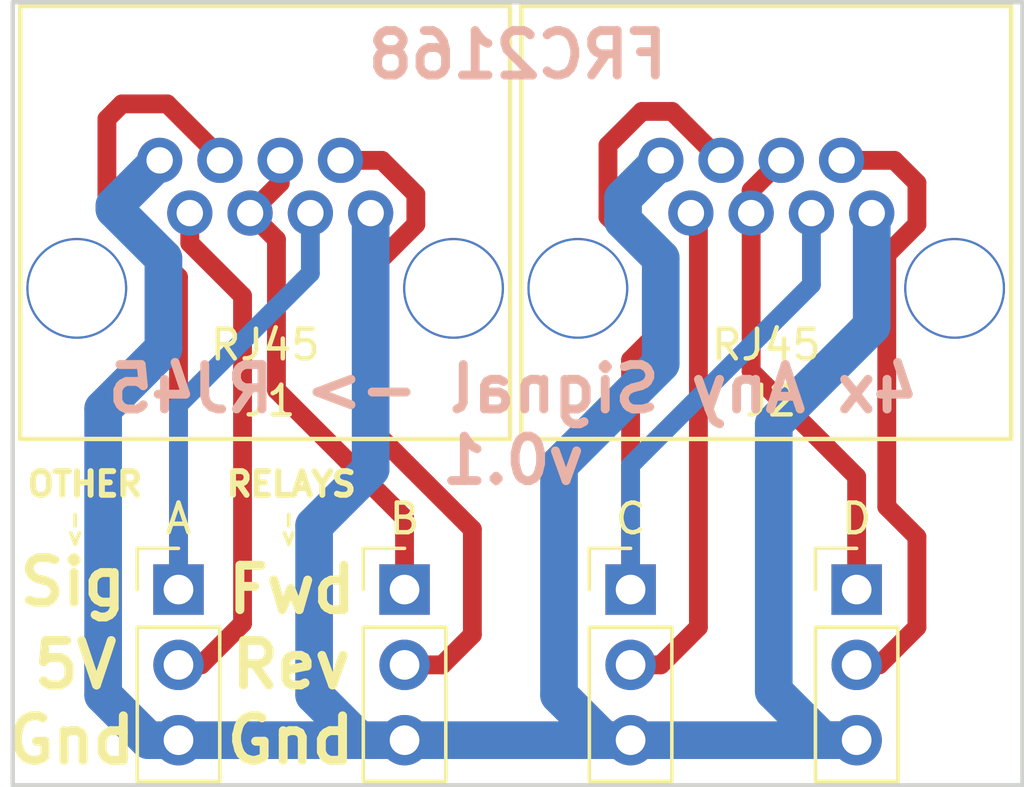
<source format=kicad_pcb>
(kicad_pcb (version 4) (host pcbnew 4.0.5)

  (general
    (links 19)
    (no_connects 0)
    (area 141.656999 84.252999 175.843001 110.819001)
    (thickness 1.6)
    (drawings 16)
    (tracks 87)
    (zones 0)
    (modules 6)
    (nets 10)
  )

  (page A4)
  (layers
    (0 F.Cu signal)
    (31 B.Cu signal)
    (32 B.Adhes user)
    (33 F.Adhes user)
    (34 B.Paste user)
    (35 F.Paste user)
    (36 B.SilkS user)
    (37 F.SilkS user)
    (38 B.Mask user)
    (39 F.Mask user)
    (40 Dwgs.User user)
    (41 Cmts.User user)
    (42 Eco1.User user)
    (43 Eco2.User user)
    (44 Edge.Cuts user)
    (45 Margin user)
    (46 B.CrtYd user)
    (47 F.CrtYd user)
    (48 B.Fab user)
    (49 F.Fab user)
  )

  (setup
    (last_trace_width 0.25)
    (trace_clearance 0.2)
    (zone_clearance 0.508)
    (zone_45_only no)
    (trace_min 0.2)
    (segment_width 0.2)
    (edge_width 0.15)
    (via_size 0.6)
    (via_drill 0.4)
    (via_min_size 0.4)
    (via_min_drill 0.3)
    (uvia_size 0.3)
    (uvia_drill 0.1)
    (uvias_allowed no)
    (uvia_min_size 0.2)
    (uvia_min_drill 0.1)
    (pcb_text_width 0.3)
    (pcb_text_size 1.5 1.5)
    (mod_edge_width 0.15)
    (mod_text_size 1 1)
    (mod_text_width 0.15)
    (pad_size 1.524 1.524)
    (pad_drill 0.762)
    (pad_to_mask_clearance 0.2)
    (aux_axis_origin 0 0)
    (visible_elements 7FFFFF7F)
    (pcbplotparams
      (layerselection 0x00030_80000001)
      (usegerberextensions false)
      (excludeedgelayer true)
      (linewidth 0.100000)
      (plotframeref false)
      (viasonmask false)
      (mode 1)
      (useauxorigin false)
      (hpglpennumber 1)
      (hpglpenspeed 20)
      (hpglpendiameter 15)
      (hpglpenoverlay 2)
      (psnegative false)
      (psa4output false)
      (plotreference true)
      (plotvalue true)
      (plotinvisibletext false)
      (padsonsilk false)
      (subtractmaskfromsilk false)
      (outputformat 1)
      (mirror false)
      (drillshape 1)
      (scaleselection 1)
      (outputdirectory ""))
  )

  (net 0 "")
  (net 1 A)
  (net 2 B)
  (net 3 GND)
  (net 4 C)
  (net 5 D)
  (net 6 5B)
  (net 7 5A)
  (net 8 5D)
  (net 9 5C)

  (net_class Default "This is the default net class."
    (clearance 0.2)
    (trace_width 0.25)
    (via_dia 0.6)
    (via_drill 0.4)
    (uvia_dia 0.3)
    (uvia_drill 0.1)
  )

  (net_class Power ""
    (clearance 0.15)
    (trace_width 1.27)
    (via_dia 0.6)
    (via_drill 0.4)
    (uvia_dia 0.3)
    (uvia_drill 0.1)
    (add_net GND)
  )

  (net_class Signal ""
    (clearance 0.15)
    (trace_width 0.635)
    (via_dia 0.6)
    (via_drill 0.4)
    (uvia_dia 0.3)
    (uvia_drill 0.1)
    (add_net 5A)
    (add_net 5B)
    (add_net 5C)
    (add_net 5D)
    (add_net A)
    (add_net B)
    (add_net C)
    (add_net D)
  )

  (module RJ45:EJ45_RJHSE-5080 (layer F.Cu) (tedit 58771648) (tstamp 587875A3)
    (at 143.891 93.98)
    (path /5878748C)
    (fp_text reference J1 (at 6.51002 3.79476) (layer F.SilkS)
      (effects (font (size 1 1) (thickness 0.15)))
    )
    (fp_text value RJ45 (at 6.62178 -8.3312) (layer F.Fab)
      (effects (font (size 1 1) (thickness 0.15)))
    )
    (fp_text user RJ45 (at 6.35 1.905) (layer F.SilkS)
      (effects (font (size 1 1) (thickness 0.15)))
    )
    (fp_line (start 14.605 5.08) (end -1.905 5.08) (layer F.SilkS) (width 0.15))
    (fp_line (start -1.905 5.08) (end -1.905 -9.525) (layer F.SilkS) (width 0.15))
    (fp_line (start -1.905 -9.525) (end 14.605 -9.525) (layer F.SilkS) (width 0.15))
    (fp_line (start 14.605 -9.525) (end 14.605 5.08) (layer F.SilkS) (width 0.15))
    (pad 8 thru_hole circle (at 2.794 -4.318) (size 1.524 1.524) (drill 0.89) (layers *.Cu *.Mask)
      (net 3 GND))
    (pad 7 thru_hole circle (at 3.81 -2.54) (size 1.524 1.524) (drill 0.89) (layers *.Cu *.Mask)
      (net 7 5A))
    (pad 6 thru_hole circle (at 4.826 -4.318) (size 1.524 1.524) (drill 0.89) (layers *.Cu *.Mask)
      (net 1 A))
    (pad 4 thru_hole circle (at 6.858 -4.318) (size 1.524 1.524) (drill 0.89) (layers *.Cu *.Mask)
      (net 2 B))
    (pad 2 thru_hole circle (at 8.89 -4.318) (size 1.524 1.524) (drill 0.89) (layers *.Cu *.Mask)
      (net 6 5B))
    (pad 5 thru_hole circle (at 5.842 -2.54) (size 1.524 1.524) (drill 0.89) (layers *.Cu *.Mask)
      (net 2 B))
    (pad 3 thru_hole circle (at 7.874 -2.54) (size 1.524 1.524) (drill 0.89) (layers *.Cu *.Mask)
      (net 1 A))
    (pad 1 thru_hole circle (at 9.906 -2.54) (size 1.524 1.524) (drill 0.89) (layers *.Cu *.Mask)
      (net 3 GND))
    (pad "" thru_hole circle (at 0 0) (size 3.4 3.4) (drill 3.25) (layers *.Cu *.Mask))
    (pad "" thru_hole circle (at 12.7 0) (size 3.4 3.4) (drill 3.25) (layers *.Cu *.Mask))
  )

  (module RJ45:EJ45_RJHSE-5080 (layer F.Cu) (tedit 58771648) (tstamp 587875B1)
    (at 160.782 93.98)
    (path /587874ED)
    (fp_text reference J2 (at 6.51002 3.79476) (layer F.SilkS)
      (effects (font (size 1 1) (thickness 0.15)))
    )
    (fp_text value RJ45 (at 6.62178 -8.3312) (layer F.Fab)
      (effects (font (size 1 1) (thickness 0.15)))
    )
    (fp_text user RJ45 (at 6.35 1.905) (layer F.SilkS)
      (effects (font (size 1 1) (thickness 0.15)))
    )
    (fp_line (start 14.605 5.08) (end -1.905 5.08) (layer F.SilkS) (width 0.15))
    (fp_line (start -1.905 5.08) (end -1.905 -9.525) (layer F.SilkS) (width 0.15))
    (fp_line (start -1.905 -9.525) (end 14.605 -9.525) (layer F.SilkS) (width 0.15))
    (fp_line (start 14.605 -9.525) (end 14.605 5.08) (layer F.SilkS) (width 0.15))
    (pad 8 thru_hole circle (at 2.794 -4.318) (size 1.524 1.524) (drill 0.89) (layers *.Cu *.Mask)
      (net 3 GND))
    (pad 7 thru_hole circle (at 3.81 -2.54) (size 1.524 1.524) (drill 0.89) (layers *.Cu *.Mask)
      (net 9 5C))
    (pad 6 thru_hole circle (at 4.826 -4.318) (size 1.524 1.524) (drill 0.89) (layers *.Cu *.Mask)
      (net 4 C))
    (pad 4 thru_hole circle (at 6.858 -4.318) (size 1.524 1.524) (drill 0.89) (layers *.Cu *.Mask)
      (net 5 D))
    (pad 2 thru_hole circle (at 8.89 -4.318) (size 1.524 1.524) (drill 0.89) (layers *.Cu *.Mask)
      (net 8 5D))
    (pad 5 thru_hole circle (at 5.842 -2.54) (size 1.524 1.524) (drill 0.89) (layers *.Cu *.Mask)
      (net 5 D))
    (pad 3 thru_hole circle (at 7.874 -2.54) (size 1.524 1.524) (drill 0.89) (layers *.Cu *.Mask)
      (net 4 C))
    (pad 1 thru_hole circle (at 9.906 -2.54) (size 1.524 1.524) (drill 0.89) (layers *.Cu *.Mask)
      (net 3 GND))
    (pad "" thru_hole circle (at 0 0) (size 3.4 3.4) (drill 3.25) (layers *.Cu *.Mask))
    (pad "" thru_hole circle (at 12.7 0) (size 3.4 3.4) (drill 3.25) (layers *.Cu *.Mask))
  )

  (module Pin_Headers:Pin_Header_Straight_1x03_Pitch2.54mm (layer F.Cu) (tedit 587883C1) (tstamp 587875B8)
    (at 147.32 104.14)
    (descr "Through hole straight pin header, 1x03, 2.54mm pitch, single row")
    (tags "Through hole pin header THT 1x03 2.54mm single row")
    (path /58787269)
    (fp_text reference A (at 0 -2.39) (layer F.SilkS)
      (effects (font (size 1 1) (thickness 0.15)))
    )
    (fp_text value CONN_01X03 (at 0 7.47) (layer F.Fab) hide
      (effects (font (size 1 1) (thickness 0.15)))
    )
    (fp_line (start -1.27 -1.27) (end -1.27 6.35) (layer F.Fab) (width 0.1))
    (fp_line (start -1.27 6.35) (end 1.27 6.35) (layer F.Fab) (width 0.1))
    (fp_line (start 1.27 6.35) (end 1.27 -1.27) (layer F.Fab) (width 0.1))
    (fp_line (start 1.27 -1.27) (end -1.27 -1.27) (layer F.Fab) (width 0.1))
    (fp_line (start -1.39 1.27) (end -1.39 6.47) (layer F.SilkS) (width 0.12))
    (fp_line (start -1.39 6.47) (end 1.39 6.47) (layer F.SilkS) (width 0.12))
    (fp_line (start 1.39 6.47) (end 1.39 1.27) (layer F.SilkS) (width 0.12))
    (fp_line (start 1.39 1.27) (end -1.39 1.27) (layer F.SilkS) (width 0.12))
    (fp_line (start -1.39 0) (end -1.39 -1.39) (layer F.SilkS) (width 0.12))
    (fp_line (start -1.39 -1.39) (end 0 -1.39) (layer F.SilkS) (width 0.12))
    (fp_line (start -1.6 -1.6) (end -1.6 6.6) (layer F.CrtYd) (width 0.05))
    (fp_line (start -1.6 6.6) (end 1.6 6.6) (layer F.CrtYd) (width 0.05))
    (fp_line (start 1.6 6.6) (end 1.6 -1.6) (layer F.CrtYd) (width 0.05))
    (fp_line (start 1.6 -1.6) (end -1.6 -1.6) (layer F.CrtYd) (width 0.05))
    (pad 1 thru_hole rect (at 0 0) (size 1.7 1.7) (drill 1) (layers *.Cu *.Mask)
      (net 1 A))
    (pad 2 thru_hole oval (at 0 2.54) (size 1.7 1.7) (drill 1) (layers *.Cu *.Mask)
      (net 7 5A))
    (pad 3 thru_hole oval (at 0 5.08) (size 1.7 1.7) (drill 1) (layers *.Cu *.Mask)
      (net 3 GND))
    (model Pin_Headers.3dshapes/Pin_Header_Straight_1x03_Pitch2.54mm.wrl
      (at (xyz 0 -0.1 0))
      (scale (xyz 1 1 1))
      (rotate (xyz 0 0 90))
    )
  )

  (module Pin_Headers:Pin_Header_Straight_1x03_Pitch2.54mm (layer F.Cu) (tedit 587883C9) (tstamp 587875BF)
    (at 154.94 104.14)
    (descr "Through hole straight pin header, 1x03, 2.54mm pitch, single row")
    (tags "Through hole pin header THT 1x03 2.54mm single row")
    (path /587872D6)
    (fp_text reference B (at 0 -2.39) (layer F.SilkS)
      (effects (font (size 1 1) (thickness 0.15)))
    )
    (fp_text value CONN_01X03 (at 0 7.47) (layer F.Fab) hide
      (effects (font (size 1 1) (thickness 0.15)))
    )
    (fp_line (start -1.27 -1.27) (end -1.27 6.35) (layer F.Fab) (width 0.1))
    (fp_line (start -1.27 6.35) (end 1.27 6.35) (layer F.Fab) (width 0.1))
    (fp_line (start 1.27 6.35) (end 1.27 -1.27) (layer F.Fab) (width 0.1))
    (fp_line (start 1.27 -1.27) (end -1.27 -1.27) (layer F.Fab) (width 0.1))
    (fp_line (start -1.39 1.27) (end -1.39 6.47) (layer F.SilkS) (width 0.12))
    (fp_line (start -1.39 6.47) (end 1.39 6.47) (layer F.SilkS) (width 0.12))
    (fp_line (start 1.39 6.47) (end 1.39 1.27) (layer F.SilkS) (width 0.12))
    (fp_line (start 1.39 1.27) (end -1.39 1.27) (layer F.SilkS) (width 0.12))
    (fp_line (start -1.39 0) (end -1.39 -1.39) (layer F.SilkS) (width 0.12))
    (fp_line (start -1.39 -1.39) (end 0 -1.39) (layer F.SilkS) (width 0.12))
    (fp_line (start -1.6 -1.6) (end -1.6 6.6) (layer F.CrtYd) (width 0.05))
    (fp_line (start -1.6 6.6) (end 1.6 6.6) (layer F.CrtYd) (width 0.05))
    (fp_line (start 1.6 6.6) (end 1.6 -1.6) (layer F.CrtYd) (width 0.05))
    (fp_line (start 1.6 -1.6) (end -1.6 -1.6) (layer F.CrtYd) (width 0.05))
    (pad 1 thru_hole rect (at 0 0) (size 1.7 1.7) (drill 1) (layers *.Cu *.Mask)
      (net 2 B))
    (pad 2 thru_hole oval (at 0 2.54) (size 1.7 1.7) (drill 1) (layers *.Cu *.Mask)
      (net 6 5B))
    (pad 3 thru_hole oval (at 0 5.08) (size 1.7 1.7) (drill 1) (layers *.Cu *.Mask)
      (net 3 GND))
    (model Pin_Headers.3dshapes/Pin_Header_Straight_1x03_Pitch2.54mm.wrl
      (at (xyz 0 -0.1 0))
      (scale (xyz 1 1 1))
      (rotate (xyz 0 0 90))
    )
  )

  (module Pin_Headers:Pin_Header_Straight_1x03_Pitch2.54mm (layer F.Cu) (tedit 587883CE) (tstamp 587875C6)
    (at 162.56 104.14)
    (descr "Through hole straight pin header, 1x03, 2.54mm pitch, single row")
    (tags "Through hole pin header THT 1x03 2.54mm single row")
    (path /5878738B)
    (fp_text reference C (at 0 -2.39) (layer F.SilkS)
      (effects (font (size 1 1) (thickness 0.15)))
    )
    (fp_text value CONN_01X03 (at 0 7.47) (layer F.Fab) hide
      (effects (font (size 1 1) (thickness 0.15)))
    )
    (fp_line (start -1.27 -1.27) (end -1.27 6.35) (layer F.Fab) (width 0.1))
    (fp_line (start -1.27 6.35) (end 1.27 6.35) (layer F.Fab) (width 0.1))
    (fp_line (start 1.27 6.35) (end 1.27 -1.27) (layer F.Fab) (width 0.1))
    (fp_line (start 1.27 -1.27) (end -1.27 -1.27) (layer F.Fab) (width 0.1))
    (fp_line (start -1.39 1.27) (end -1.39 6.47) (layer F.SilkS) (width 0.12))
    (fp_line (start -1.39 6.47) (end 1.39 6.47) (layer F.SilkS) (width 0.12))
    (fp_line (start 1.39 6.47) (end 1.39 1.27) (layer F.SilkS) (width 0.12))
    (fp_line (start 1.39 1.27) (end -1.39 1.27) (layer F.SilkS) (width 0.12))
    (fp_line (start -1.39 0) (end -1.39 -1.39) (layer F.SilkS) (width 0.12))
    (fp_line (start -1.39 -1.39) (end 0 -1.39) (layer F.SilkS) (width 0.12))
    (fp_line (start -1.6 -1.6) (end -1.6 6.6) (layer F.CrtYd) (width 0.05))
    (fp_line (start -1.6 6.6) (end 1.6 6.6) (layer F.CrtYd) (width 0.05))
    (fp_line (start 1.6 6.6) (end 1.6 -1.6) (layer F.CrtYd) (width 0.05))
    (fp_line (start 1.6 -1.6) (end -1.6 -1.6) (layer F.CrtYd) (width 0.05))
    (pad 1 thru_hole rect (at 0 0) (size 1.7 1.7) (drill 1) (layers *.Cu *.Mask)
      (net 4 C))
    (pad 2 thru_hole oval (at 0 2.54) (size 1.7 1.7) (drill 1) (layers *.Cu *.Mask)
      (net 9 5C))
    (pad 3 thru_hole oval (at 0 5.08) (size 1.7 1.7) (drill 1) (layers *.Cu *.Mask)
      (net 3 GND))
    (model Pin_Headers.3dshapes/Pin_Header_Straight_1x03_Pitch2.54mm.wrl
      (at (xyz 0 -0.1 0))
      (scale (xyz 1 1 1))
      (rotate (xyz 0 0 90))
    )
  )

  (module Pin_Headers:Pin_Header_Straight_1x03_Pitch2.54mm (layer F.Cu) (tedit 587883D2) (tstamp 587875CD)
    (at 170.18 104.14)
    (descr "Through hole straight pin header, 1x03, 2.54mm pitch, single row")
    (tags "Through hole pin header THT 1x03 2.54mm single row")
    (path /587873D0)
    (fp_text reference D (at 0 -2.39) (layer F.SilkS)
      (effects (font (size 1 1) (thickness 0.15)))
    )
    (fp_text value CONN_01X03 (at 0 7.47) (layer F.Fab) hide
      (effects (font (size 1 1) (thickness 0.15)))
    )
    (fp_line (start -1.27 -1.27) (end -1.27 6.35) (layer F.Fab) (width 0.1))
    (fp_line (start -1.27 6.35) (end 1.27 6.35) (layer F.Fab) (width 0.1))
    (fp_line (start 1.27 6.35) (end 1.27 -1.27) (layer F.Fab) (width 0.1))
    (fp_line (start 1.27 -1.27) (end -1.27 -1.27) (layer F.Fab) (width 0.1))
    (fp_line (start -1.39 1.27) (end -1.39 6.47) (layer F.SilkS) (width 0.12))
    (fp_line (start -1.39 6.47) (end 1.39 6.47) (layer F.SilkS) (width 0.12))
    (fp_line (start 1.39 6.47) (end 1.39 1.27) (layer F.SilkS) (width 0.12))
    (fp_line (start 1.39 1.27) (end -1.39 1.27) (layer F.SilkS) (width 0.12))
    (fp_line (start -1.39 0) (end -1.39 -1.39) (layer F.SilkS) (width 0.12))
    (fp_line (start -1.39 -1.39) (end 0 -1.39) (layer F.SilkS) (width 0.12))
    (fp_line (start -1.6 -1.6) (end -1.6 6.6) (layer F.CrtYd) (width 0.05))
    (fp_line (start -1.6 6.6) (end 1.6 6.6) (layer F.CrtYd) (width 0.05))
    (fp_line (start 1.6 6.6) (end 1.6 -1.6) (layer F.CrtYd) (width 0.05))
    (fp_line (start 1.6 -1.6) (end -1.6 -1.6) (layer F.CrtYd) (width 0.05))
    (pad 1 thru_hole rect (at 0 0) (size 1.7 1.7) (drill 1) (layers *.Cu *.Mask)
      (net 5 D))
    (pad 2 thru_hole oval (at 0 2.54) (size 1.7 1.7) (drill 1) (layers *.Cu *.Mask)
      (net 8 5D))
    (pad 3 thru_hole oval (at 0 5.08) (size 1.7 1.7) (drill 1) (layers *.Cu *.Mask)
      (net 3 GND))
    (model Pin_Headers.3dshapes/Pin_Header_Straight_1x03_Pitch2.54mm.wrl
      (at (xyz 0 -0.1 0))
      (scale (xyz 1 1 1))
      (rotate (xyz 0 0 90))
    )
  )

  (gr_text -> (at 143.87 102.108 270) (layer F.SilkS)
    (effects (font (size 0.5 0.5) (thickness 0.125)))
  )
  (gr_text -> (at 151.07 102.108 270) (layer F.SilkS)
    (effects (font (size 0.5 0.5) (thickness 0.125)))
  )
  (gr_text OTHER (at 142.13 100.584) (layer F.SilkS)
    (effects (font (size 0.8 0.8) (thickness 0.2)) (justify left))
  )
  (gr_text "4x Any Signal -> RJ45\nv0.1" (at 158.5976 98.5774) (layer B.SilkS)
    (effects (font (size 1.5 1.5) (thickness 0.3)) (justify mirror))
  )
  (gr_text RELAYS (at 151.12 100.584) (layer F.SilkS)
    (effects (font (size 0.8 0.8) (thickness 0.2)))
  )
  (gr_text Rev (at 151.12 106.68) (layer F.SilkS)
    (effects (font (size 1.5 1.5) (thickness 0.3)))
  )
  (gr_text Fwd (at 151.14 104.14) (layer F.SilkS)
    (effects (font (size 1.5 1.5) (thickness 0.3)))
  )
  (gr_text Gnd (at 151.1 109.22) (layer F.SilkS)
    (effects (font (size 1.5 1.5) (thickness 0.3)))
  )
  (gr_text Sig (at 143.76 103.886) (layer F.SilkS)
    (effects (font (size 1.5 1.5) (thickness 0.3)))
  )
  (gr_text 5V (at 143.84 106.68) (layer F.SilkS)
    (effects (font (size 1.5 1.5) (thickness 0.3)))
  )
  (gr_text Gnd (at 143.71 109.22) (layer F.SilkS)
    (effects (font (size 1.5 1.5) (thickness 0.3)))
  )
  (gr_text FRC2168 (at 158.75 86.106) (layer B.SilkS)
    (effects (font (size 1.5 1.5) (thickness 0.3)) (justify mirror))
  )
  (gr_line (start 175.768 110.744) (end 175.768 84.328) (angle 90) (layer Edge.Cuts) (width 0.15))
  (gr_line (start 141.732 110.744) (end 175.768 110.744) (angle 90) (layer Edge.Cuts) (width 0.15))
  (gr_line (start 141.732 84.328) (end 141.732 110.744) (angle 90) (layer Edge.Cuts) (width 0.15))
  (gr_line (start 175.768 84.328) (end 141.732 84.328) (angle 90) (layer Edge.Cuts) (width 0.15))

  (segment (start 148.717 89.662) (end 148.717 89.535) (width 0.635) (layer F.Cu) (net 1))
  (segment (start 148.717 89.535) (end 146.939 87.757) (width 0.635) (layer F.Cu) (net 1) (tstamp 58788242))
  (segment (start 146.939 87.757) (end 145.415 87.757) (width 0.635) (layer F.Cu) (net 1) (tstamp 58788243))
  (segment (start 145.415 87.757) (end 144.907 88.265) (width 0.635) (layer F.Cu) (net 1) (tstamp 58788245))
  (segment (start 144.907 88.265) (end 144.907 91.186) (width 0.635) (layer F.Cu) (net 1) (tstamp 58788246))
  (segment (start 144.907 91.186) (end 147.32 93.599) (width 0.635) (layer F.Cu) (net 1) (tstamp 58788247))
  (segment (start 147.32 93.599) (end 147.32 104.14) (width 0.635) (layer F.Cu) (net 1) (tstamp 58788249))
  (segment (start 151.765 91.44) (end 151.765 93.472) (width 0.635) (layer B.Cu) (net 1))
  (segment (start 147.32 97.917) (end 147.32 104.14) (width 0.635) (layer B.Cu) (net 1) (tstamp 587881D2))
  (segment (start 151.765 93.472) (end 147.32 97.917) (width 0.635) (layer B.Cu) (net 1) (tstamp 587881CB))
  (segment (start 150.749 89.662) (end 150.749 90.424) (width 0.635) (layer F.Cu) (net 2))
  (segment (start 150.749 90.424) (end 149.733 91.44) (width 0.635) (layer F.Cu) (net 2) (tstamp 58788207))
  (segment (start 154.94 104.14) (end 154.94 101.727) (width 0.635) (layer F.Cu) (net 2))
  (segment (start 150.622 92.329) (end 149.733 91.44) (width 0.635) (layer F.Cu) (net 2) (tstamp 58788204))
  (segment (start 150.622 97.409) (end 150.622 92.329) (width 0.635) (layer F.Cu) (net 2) (tstamp 58788202))
  (segment (start 154.94 101.727) (end 150.622 97.409) (width 0.635) (layer F.Cu) (net 2) (tstamp 587881FB))
  (segment (start 170.18 109.22) (end 169.037 109.22) (width 1.27) (layer B.Cu) (net 3))
  (segment (start 170.688 95.25) (end 170.688 91.44) (width 1.27) (layer B.Cu) (net 3) (tstamp 587882B8))
  (segment (start 167.386 98.552) (end 170.688 95.25) (width 1.27) (layer B.Cu) (net 3) (tstamp 587882B7))
  (segment (start 167.386 107.569) (end 167.386 98.552) (width 1.27) (layer B.Cu) (net 3) (tstamp 587882B6))
  (segment (start 169.037 109.22) (end 167.386 107.569) (width 1.27) (layer B.Cu) (net 3) (tstamp 587882B4))
  (segment (start 162.56 109.22) (end 161.671 109.22) (width 1.27) (layer B.Cu) (net 3))
  (segment (start 162.306 90.932) (end 163.576 89.662) (width 1.27) (layer B.Cu) (net 3) (tstamp 587882AC))
  (segment (start 162.306 91.694) (end 162.306 90.932) (width 1.27) (layer B.Cu) (net 3) (tstamp 587882AB))
  (segment (start 163.576 92.964) (end 162.306 91.694) (width 1.27) (layer B.Cu) (net 3) (tstamp 587882A7))
  (segment (start 163.576 96.52) (end 163.576 92.964) (width 1.27) (layer B.Cu) (net 3) (tstamp 587882A6))
  (segment (start 160.147 99.949) (end 163.576 96.52) (width 1.27) (layer B.Cu) (net 3) (tstamp 587882A4))
  (segment (start 160.147 107.696) (end 160.147 99.949) (width 1.27) (layer B.Cu) (net 3) (tstamp 587882A0))
  (segment (start 161.671 109.22) (end 160.147 107.696) (width 1.27) (layer B.Cu) (net 3) (tstamp 5878829F))
  (segment (start 147.32 109.22) (end 146.304 109.22) (width 1.27) (layer B.Cu) (net 3))
  (segment (start 145.161 91.186) (end 146.685 89.662) (width 1.27) (layer B.Cu) (net 3) (tstamp 58788296))
  (segment (start 145.161 91.313) (end 145.161 91.186) (width 1.27) (layer B.Cu) (net 3) (tstamp 58788292))
  (segment (start 146.812 92.964) (end 145.161 91.313) (width 1.27) (layer B.Cu) (net 3) (tstamp 5878828F))
  (segment (start 146.812 96.012) (end 146.812 92.964) (width 1.27) (layer B.Cu) (net 3) (tstamp 5878828E))
  (segment (start 144.78 98.044) (end 146.812 96.012) (width 1.27) (layer B.Cu) (net 3) (tstamp 5878828D))
  (segment (start 144.78 107.696) (end 144.78 98.044) (width 1.27) (layer B.Cu) (net 3) (tstamp 5878828C))
  (segment (start 146.304 109.22) (end 144.78 107.696) (width 1.27) (layer B.Cu) (net 3) (tstamp 5878828B))
  (segment (start 153.797 91.44) (end 153.797 100.076) (width 1.27) (layer B.Cu) (net 3))
  (segment (start 151.892 107.696) (end 153.416 109.22) (width 1.27) (layer B.Cu) (net 3) (tstamp 58788286))
  (segment (start 151.892 101.981) (end 151.892 107.696) (width 1.27) (layer B.Cu) (net 3) (tstamp 58788284))
  (segment (start 153.797 100.076) (end 151.892 101.981) (width 1.27) (layer B.Cu) (net 3) (tstamp 58788282))
  (segment (start 154.94 109.22) (end 153.416 109.22) (width 1.27) (layer B.Cu) (net 3))
  (segment (start 153.416 109.22) (end 147.32 109.22) (width 1.27) (layer B.Cu) (net 3) (tstamp 58788289))
  (segment (start 162.56 109.22) (end 154.94 109.22) (width 1.27) (layer B.Cu) (net 3))
  (segment (start 170.18 109.22) (end 162.56 109.22) (width 1.27) (layer B.Cu) (net 3))
  (segment (start 168.656 91.44) (end 168.656 93.853) (width 0.635) (layer B.Cu) (net 4))
  (segment (start 162.56 99.949) (end 162.56 104.14) (width 0.635) (layer B.Cu) (net 4) (tstamp 587881C6))
  (segment (start 168.656 93.853) (end 162.56 99.949) (width 0.635) (layer B.Cu) (net 4) (tstamp 587881C2))
  (segment (start 162.56 104.14) (end 162.56 96.393) (width 0.635) (layer F.Cu) (net 4))
  (segment (start 163.957 88.011) (end 165.608 89.662) (width 0.635) (layer F.Cu) (net 4) (tstamp 58788138))
  (segment (start 162.941 88.011) (end 163.957 88.011) (width 0.635) (layer F.Cu) (net 4) (tstamp 58788137))
  (segment (start 161.798 89.154) (end 162.941 88.011) (width 0.635) (layer F.Cu) (net 4) (tstamp 58788135))
  (segment (start 161.798 91.567) (end 161.798 89.154) (width 0.635) (layer F.Cu) (net 4) (tstamp 58788134))
  (segment (start 163.703 93.472) (end 161.798 91.567) (width 0.635) (layer F.Cu) (net 4) (tstamp 58788133))
  (segment (start 163.703 95.25) (end 163.703 93.472) (width 0.635) (layer F.Cu) (net 4) (tstamp 58788132))
  (segment (start 162.56 96.393) (end 163.703 95.25) (width 0.635) (layer F.Cu) (net 4) (tstamp 58788131))
  (segment (start 170.18 104.14) (end 170.18 100.33) (width 0.635) (layer F.Cu) (net 5))
  (segment (start 166.624 96.774) (end 166.624 90.678) (width 0.635) (layer F.Cu) (net 5) (tstamp 58788112))
  (segment (start 170.18 100.33) (end 166.624 96.774) (width 0.635) (layer F.Cu) (net 5) (tstamp 5878810C))
  (segment (start 166.624 90.678) (end 167.64 89.662) (width 0.635) (layer F.Cu) (net 5) (tstamp 58788114))
  (segment (start 152.781 89.662) (end 154.178 89.662) (width 0.635) (layer F.Cu) (net 6))
  (segment (start 156.21 106.68) (end 154.94 106.68) (width 0.635) (layer F.Cu) (net 6) (tstamp 58788232))
  (segment (start 157.226 105.664) (end 156.21 106.68) (width 0.635) (layer F.Cu) (net 6) (tstamp 5878822F))
  (segment (start 157.226 102.108) (end 157.226 105.664) (width 0.635) (layer F.Cu) (net 6) (tstamp 5878822D))
  (segment (start 153.924 98.806) (end 157.226 102.108) (width 0.635) (layer F.Cu) (net 6) (tstamp 5878822A))
  (segment (start 153.924 93.218) (end 153.924 98.806) (width 0.635) (layer F.Cu) (net 6) (tstamp 58788229))
  (segment (start 155.321 91.821) (end 153.924 93.218) (width 0.635) (layer F.Cu) (net 6) (tstamp 58788227))
  (segment (start 155.321 90.805) (end 155.321 91.821) (width 0.635) (layer F.Cu) (net 6) (tstamp 58788226))
  (segment (start 154.178 89.662) (end 155.321 90.805) (width 0.635) (layer F.Cu) (net 6) (tstamp 58788223))
  (segment (start 147.32 106.68) (end 148.082 106.68) (width 0.635) (layer F.Cu) (net 7))
  (segment (start 148.082 106.68) (end 149.479 105.283) (width 0.635) (layer F.Cu) (net 7) (tstamp 587881E2))
  (segment (start 149.479 105.283) (end 149.479 94.234) (width 0.635) (layer F.Cu) (net 7) (tstamp 587881E4))
  (segment (start 149.479 94.234) (end 147.701 92.456) (width 0.635) (layer F.Cu) (net 7) (tstamp 587881E9))
  (segment (start 147.701 92.456) (end 147.701 91.44) (width 0.635) (layer F.Cu) (net 7) (tstamp 587881EF))
  (segment (start 169.672 89.662) (end 171.45 89.662) (width 0.635) (layer F.Cu) (net 8))
  (segment (start 172.212 105.41) (end 170.942 106.68) (width 0.635) (layer F.Cu) (net 8) (tstamp 58788197))
  (segment (start 172.212 102.362) (end 172.212 105.41) (width 0.635) (layer F.Cu) (net 8) (tstamp 58788194))
  (segment (start 171.196 101.346) (end 172.212 102.362) (width 0.635) (layer F.Cu) (net 8) (tstamp 58788190))
  (segment (start 171.196 92.837) (end 171.196 101.346) (width 0.635) (layer F.Cu) (net 8) (tstamp 5878818F))
  (segment (start 172.212 91.821) (end 171.196 92.837) (width 0.635) (layer F.Cu) (net 8) (tstamp 5878818D))
  (segment (start 172.212 90.424) (end 172.212 91.821) (width 0.635) (layer F.Cu) (net 8) (tstamp 5878818C))
  (segment (start 171.45 89.662) (end 172.212 90.424) (width 0.635) (layer F.Cu) (net 8) (tstamp 5878818A))
  (segment (start 170.942 106.68) (end 170.18 106.68) (width 0.635) (layer F.Cu) (net 8) (tstamp 5878819A))
  (segment (start 162.56 106.68) (end 163.576 106.68) (width 0.635) (layer F.Cu) (net 9))
  (segment (start 164.846 105.41) (end 164.846 91.694) (width 0.635) (layer F.Cu) (net 9) (tstamp 587881A5))
  (segment (start 163.576 106.68) (end 164.846 105.41) (width 0.635) (layer F.Cu) (net 9) (tstamp 587881A4))
  (segment (start 164.846 91.694) (end 164.592 91.44) (width 0.635) (layer F.Cu) (net 9) (tstamp 587881A9))

)

</source>
